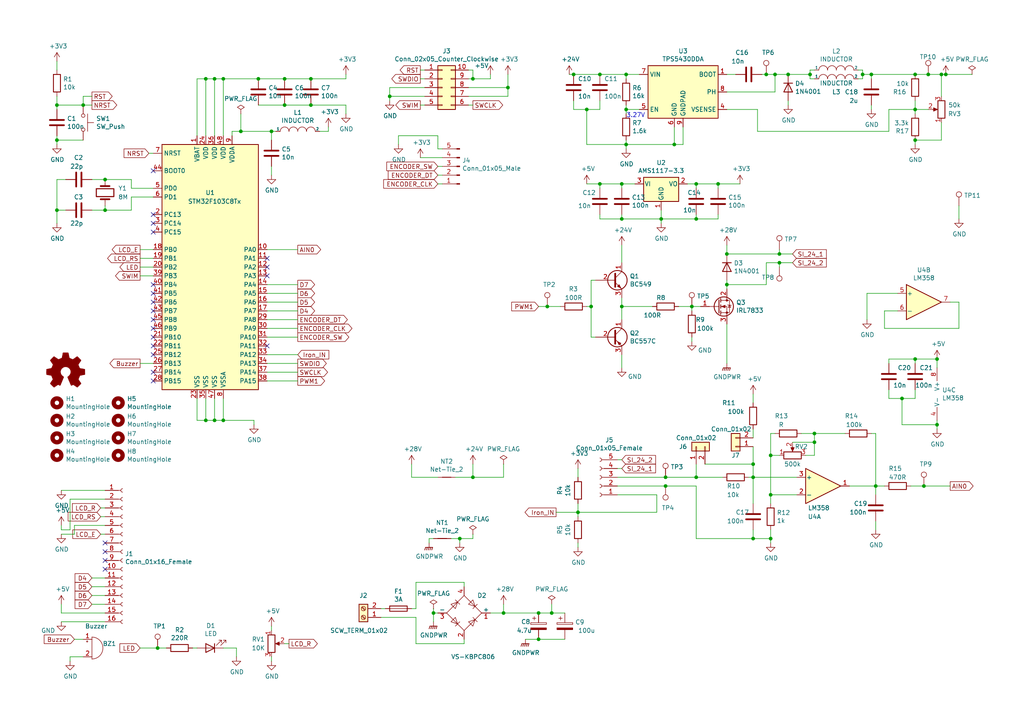
<source format=kicad_sch>
(kicad_sch (version 20211123) (generator eeschema)
  (paper "A4")
  (junction (at 156.21 185.42))
  (junction (at 223.52 156.21))
  (junction (at 223.52 143.51))
  (junction (at 201.93 53.34))
  (junction (at 193.04 138.43))
  (junction (at 274.32 21.59))
  (junction (at 181.61 21.59))
  (junction (at 226.06 76.2))
  (junction (at 64.77 22.86))
  (junction (at 224.79 21.59))
  (junction (at 82.55 30.48))
  (junction (at 228.6 21.59))
  (junction (at 170.18 31.75))
  (junction (at 146.05 177.8))
  (junction (at 265.43 104.14))
  (junction (at 16.51 60.96))
  (junction (at 30.48 60.96))
  (junction (at 137.16 138.43))
  (junction (at 201.93 63.5))
  (junction (at 261.62 115.57))
  (junction (at 62.23 121.92))
  (junction (at 265.43 31.75))
  (junction (at 271.78 104.14))
  (junction (at 201.93 138.43))
  (junction (at 137.16 22.86))
  (junction (at 193.04 140.97))
  (junction (at 181.61 31.75))
  (junction (at 69.85 38.1))
  (junction (at 180.34 53.34))
  (junction (at 82.55 22.86))
  (junction (at 74.93 22.86))
  (junction (at 62.23 22.86))
  (junction (at 160.02 177.8))
  (junction (at 173.99 21.59))
  (junction (at 265.43 21.59))
  (junction (at 59.69 22.86))
  (junction (at 267.97 140.97))
  (junction (at 250.19 21.59))
  (junction (at 147.32 25.4))
  (junction (at 191.77 63.5))
  (junction (at 16.51 40.64))
  (junction (at 265.43 40.64))
  (junction (at 156.21 177.8))
  (junction (at 64.77 121.92))
  (junction (at 200.66 88.9))
  (junction (at 208.28 53.34))
  (junction (at 236.22 128.27))
  (junction (at 234.95 21.59))
  (junction (at 218.44 138.43))
  (junction (at 222.25 21.59))
  (junction (at 171.45 88.9))
  (junction (at 24.13 30.48))
  (junction (at 16.51 30.48))
  (junction (at 195.58 41.91))
  (junction (at 166.37 21.59))
  (junction (at 113.03 27.94))
  (junction (at 158.75 88.9))
  (junction (at 167.64 148.59))
  (junction (at 173.99 53.34))
  (junction (at 125.73 177.8))
  (junction (at 254 140.97))
  (junction (at 181.61 41.91))
  (junction (at 180.34 63.5))
  (junction (at 78.74 38.1))
  (junction (at 210.82 82.55))
  (junction (at 218.44 156.21))
  (junction (at 90.17 30.48))
  (junction (at 252.73 21.59))
  (junction (at 90.17 22.86))
  (junction (at 236.22 125.73))
  (junction (at 226.06 73.66))
  (junction (at 30.48 52.07))
  (junction (at 273.05 21.59))
  (junction (at 180.34 88.9))
  (junction (at 269.24 21.59))
  (junction (at 223.52 132.08))
  (junction (at 218.44 134.62))
  (junction (at 271.78 123.19))
  (junction (at 59.69 121.92))
  (junction (at 45.72 187.96))
  (junction (at 210.82 73.66))
  (junction (at 133.35 156.21))
  (no_connect (at 44.45 82.55))
  (no_connect (at 44.45 85.09))
  (no_connect (at 44.45 95.25))
  (no_connect (at 77.47 74.93))
  (no_connect (at 30.48 162.56))
  (no_connect (at 44.45 107.95))
  (no_connect (at 44.45 62.23))
  (no_connect (at 77.47 80.01))
  (no_connect (at 44.45 102.87))
  (no_connect (at 30.48 165.1))
  (no_connect (at 44.45 64.77))
  (no_connect (at 77.47 77.47))
  (no_connect (at 77.47 100.33))
  (no_connect (at 44.45 87.63))
  (no_connect (at 44.45 100.33))
  (no_connect (at 44.45 92.71))
  (no_connect (at 44.45 49.53))
  (no_connect (at 30.48 160.02))
  (no_connect (at 44.45 110.49))
  (no_connect (at 44.45 90.17))
  (no_connect (at 44.45 67.31))
  (no_connect (at 30.48 157.48))
  (no_connect (at 44.45 97.79))
  (wire (pts (xy 113.03 27.94) (xy 113.03 29.21)))
  (wire (pts (xy 24.13 30.48) (xy 26.67 30.48)))
  (wire (pts (xy 158.75 88.9) (xy 156.21 88.9)))
  (wire (pts (xy 201.93 53.34) (xy 208.28 53.34)))
  (wire (pts (xy 226.06 77.47) (xy 226.06 76.2)))
  (wire (pts (xy 137.16 138.43) (xy 146.05 138.43)))
  (wire (pts (xy 86.36 102.87) (xy 77.47 102.87)))
  (wire (pts (xy 170.18 41.91) (xy 170.18 31.75)))
  (wire (pts (xy 226.06 72.39) (xy 226.06 73.66)))
  (wire (pts (xy 82.55 30.48) (xy 90.17 30.48)))
  (wire (pts (xy 67.31 39.37) (xy 67.31 38.1)))
  (wire (pts (xy 223.52 132.08) (xy 223.52 143.51)))
  (wire (pts (xy 110.49 179.07) (xy 120.65 179.07)))
  (wire (pts (xy 260.35 85.09) (xy 251.46 85.09)))
  (wire (pts (xy 73.66 121.92) (xy 73.66 123.19)))
  (wire (pts (xy 64.77 115.57) (xy 64.77 121.92)))
  (wire (pts (xy 185.42 31.75) (xy 181.61 31.75)))
  (wire (pts (xy 209.55 138.43) (xy 201.93 138.43)))
  (wire (pts (xy 123.19 30.48) (xy 121.92 30.48)))
  (wire (pts (xy 147.32 21.59) (xy 147.32 25.4)))
  (wire (pts (xy 250.19 20.32) (xy 250.19 21.59)))
  (wire (pts (xy 222.25 76.2) (xy 226.06 76.2)))
  (wire (pts (xy 43.18 44.45) (xy 44.45 44.45)))
  (wire (pts (xy 62.23 22.86) (xy 64.77 22.86)))
  (wire (pts (xy 16.51 60.96) (xy 16.51 64.77)))
  (wire (pts (xy 59.69 39.37) (xy 59.69 22.86)))
  (wire (pts (xy 40.64 187.96) (xy 45.72 187.96)))
  (wire (pts (xy 135.89 20.32) (xy 137.16 20.32)))
  (wire (pts (xy 195.58 41.91) (xy 198.12 41.91)))
  (wire (pts (xy 77.47 85.09) (xy 86.36 85.09)))
  (wire (pts (xy 20.32 190.5) (xy 24.13 190.5)))
  (wire (pts (xy 173.99 62.23) (xy 173.99 63.5)))
  (wire (pts (xy 78.74 38.1) (xy 80.01 38.1)))
  (wire (pts (xy 229.87 128.27) (xy 236.22 128.27)))
  (wire (pts (xy 125.73 176.53) (xy 125.73 177.8)))
  (wire (pts (xy 179.07 133.35) (xy 180.34 133.35)))
  (wire (pts (xy 218.44 114.3) (xy 218.44 116.84)))
  (wire (pts (xy 59.69 121.92) (xy 62.23 121.92)))
  (wire (pts (xy 64.77 187.96) (xy 68.58 187.96)))
  (wire (pts (xy 193.04 138.43) (xy 201.93 138.43)))
  (wire (pts (xy 201.93 156.21) (xy 218.44 156.21)))
  (wire (pts (xy 210.82 82.55) (xy 222.25 82.55)))
  (wire (pts (xy 170.18 31.75) (xy 173.99 31.75)))
  (wire (pts (xy 271.78 123.19) (xy 271.78 121.92)))
  (wire (pts (xy 226.06 73.66) (xy 229.87 73.66)))
  (wire (pts (xy 234.95 22.86) (xy 234.95 21.59)))
  (wire (pts (xy 201.93 62.23) (xy 201.93 63.5)))
  (wire (pts (xy 271.78 123.19) (xy 261.62 123.19)))
  (wire (pts (xy 191.77 63.5) (xy 191.77 64.77)))
  (wire (pts (xy 181.61 41.91) (xy 170.18 41.91)))
  (wire (pts (xy 218.44 138.43) (xy 218.44 146.05)))
  (wire (pts (xy 179.07 138.43) (xy 193.04 138.43)))
  (wire (pts (xy 123.19 25.4) (xy 113.03 25.4)))
  (wire (pts (xy 113.03 27.94) (xy 123.19 27.94)))
  (wire (pts (xy 100.33 30.48) (xy 100.33 33.02)))
  (wire (pts (xy 82.55 22.86) (xy 90.17 22.86)))
  (wire (pts (xy 152.4 185.42) (xy 156.21 185.42)))
  (wire (pts (xy 224.79 125.73) (xy 223.52 125.73)))
  (wire (pts (xy 20.32 144.78) (xy 30.48 144.78)))
  (wire (pts (xy 173.99 63.5) (xy 180.34 63.5)))
  (wire (pts (xy 250.19 21.59) (xy 250.19 22.86)))
  (wire (pts (xy 17.78 154.94) (xy 21.59 154.94)))
  (wire (pts (xy 265.43 31.75) (xy 257.81 31.75)))
  (wire (pts (xy 167.64 157.48) (xy 167.64 158.75)))
  (wire (pts (xy 167.64 148.59) (xy 167.64 146.05)))
  (wire (pts (xy 173.99 53.34) (xy 170.18 53.34)))
  (wire (pts (xy 250.19 21.59) (xy 252.73 21.59)))
  (wire (pts (xy 232.41 125.73) (xy 236.22 125.73)))
  (wire (pts (xy 222.25 82.55) (xy 222.25 76.2)))
  (wire (pts (xy 208.28 53.34) (xy 214.63 53.34)))
  (wire (pts (xy 223.52 143.51) (xy 231.14 143.51)))
  (wire (pts (xy 223.52 156.21) (xy 218.44 156.21)))
  (wire (pts (xy 123.19 22.86) (xy 121.92 22.86)))
  (wire (pts (xy 64.77 22.86) (xy 74.93 22.86)))
  (wire (pts (xy 167.64 135.89) (xy 167.64 138.43)))
  (wire (pts (xy 218.44 134.62) (xy 218.44 138.43)))
  (wire (pts (xy 127 53.34) (xy 128.27 53.34)))
  (wire (pts (xy 124.46 157.48) (xy 124.46 156.21)))
  (wire (pts (xy 156.21 185.42) (xy 163.83 185.42)))
  (wire (pts (xy 200.66 97.79) (xy 200.66 99.06)))
  (wire (pts (xy 200.66 88.9) (xy 203.2 88.9)))
  (wire (pts (xy 16.51 40.64) (xy 16.51 41.91)))
  (wire (pts (xy 134.62 168.91) (xy 134.62 170.18)))
  (wire (pts (xy 127 43.18) (xy 128.27 43.18)))
  (wire (pts (xy 265.43 40.64) (xy 265.43 41.91)))
  (wire (pts (xy 69.85 33.02) (xy 69.85 38.1)))
  (wire (pts (xy 74.93 30.48) (xy 82.55 30.48)))
  (wire (pts (xy 252.73 21.59) (xy 265.43 21.59)))
  (wire (pts (xy 180.34 54.61) (xy 180.34 53.34)))
  (wire (pts (xy 173.99 53.34) (xy 173.99 54.61)))
  (wire (pts (xy 201.93 63.5) (xy 208.28 63.5)))
  (wire (pts (xy 265.43 21.59) (xy 269.24 21.59)))
  (wire (pts (xy 137.16 20.32) (xy 137.16 22.86)))
  (wire (pts (xy 119.38 138.43) (xy 127 138.43)))
  (wire (pts (xy 16.51 17.78) (xy 16.51 20.32)))
  (wire (pts (xy 278.13 95.25) (xy 256.54 95.25)))
  (wire (pts (xy 210.82 71.12) (xy 210.82 73.66)))
  (wire (pts (xy 218.44 124.46) (xy 218.44 127)))
  (wire (pts (xy 142.24 22.86) (xy 142.24 21.59)))
  (wire (pts (xy 95.25 38.1) (xy 95.25 36.83)))
  (wire (pts (xy 210.82 21.59) (xy 213.36 21.59)))
  (wire (pts (xy 92.71 38.1) (xy 95.25 38.1)))
  (wire (pts (xy 127 177.8) (xy 125.73 177.8)))
  (wire (pts (xy 130.81 156.21) (xy 133.35 156.21)))
  (wire (pts (xy 38.1 60.96) (xy 30.48 60.96)))
  (wire (pts (xy 29.21 147.32) (xy 30.48 147.32)))
  (wire (pts (xy 162.56 88.9) (xy 158.75 88.9)))
  (wire (pts (xy 38.1 54.61) (xy 38.1 52.07)))
  (wire (pts (xy 77.47 72.39) (xy 86.36 72.39)))
  (wire (pts (xy 26.67 60.96) (xy 30.48 60.96)))
  (wire (pts (xy 125.73 177.8) (xy 125.73 180.34)))
  (wire (pts (xy 179.07 135.89) (xy 180.34 135.89)))
  (wire (pts (xy 121.92 20.32) (xy 123.19 20.32)))
  (wire (pts (xy 173.99 31.75) (xy 173.99 29.21)))
  (wire (pts (xy 44.45 77.47) (xy 40.64 77.47)))
  (wire (pts (xy 21.59 185.42) (xy 24.13 185.42)))
  (wire (pts (xy 181.61 30.48) (xy 181.61 31.75)))
  (wire (pts (xy 120.65 186.69) (xy 134.62 186.69)))
  (wire (pts (xy 64.77 39.37) (xy 64.77 22.86)))
  (wire (pts (xy 224.79 21.59) (xy 222.25 21.59)))
  (wire (pts (xy 250.19 22.86) (xy 248.92 22.86)))
  (wire (pts (xy 40.64 72.39) (xy 44.45 72.39)))
  (wire (pts (xy 44.45 54.61) (xy 38.1 54.61)))
  (wire (pts (xy 228.6 21.59) (xy 234.95 21.59)))
  (wire (pts (xy 180.34 53.34) (xy 173.99 53.34)))
  (wire (pts (xy 21.59 152.4) (xy 30.48 152.4)))
  (wire (pts (xy 120.65 179.07) (xy 120.65 186.69)))
  (wire (pts (xy 191.77 63.5) (xy 201.93 63.5)))
  (wire (pts (xy 160.02 177.8) (xy 156.21 177.8)))
  (wire (pts (xy 78.74 50.8) (xy 78.74 48.26)))
  (wire (pts (xy 251.46 85.09) (xy 251.46 92.71)))
  (wire (pts (xy 252.73 30.48) (xy 252.73 31.75)))
  (wire (pts (xy 269.24 21.59) (xy 273.05 21.59)))
  (wire (pts (xy 199.39 53.34) (xy 201.93 53.34)))
  (wire (pts (xy 236.22 128.27) (xy 236.22 125.73)))
  (wire (pts (xy 271.78 104.14) (xy 271.78 106.68)))
  (wire (pts (xy 69.85 38.1) (xy 78.74 38.1)))
  (wire (pts (xy 119.38 134.62) (xy 119.38 138.43)))
  (wire (pts (xy 135.89 22.86) (xy 137.16 22.86)))
  (wire (pts (xy 132.08 138.43) (xy 137.16 138.43)))
  (wire (pts (xy 161.29 148.59) (xy 167.64 148.59)))
  (wire (pts (xy 57.15 22.86) (xy 59.69 22.86)))
  (wire (pts (xy 62.23 39.37) (xy 62.23 22.86)))
  (wire (pts (xy 201.93 53.34) (xy 201.93 54.61)))
  (wire (pts (xy 271.78 124.46) (xy 271.78 123.19)))
  (wire (pts (xy 184.15 53.34) (xy 180.34 53.34)))
  (wire (pts (xy 57.15 115.57) (xy 57.15 121.92)))
  (wire (pts (xy 38.1 57.15) (xy 38.1 60.96)))
  (wire (pts (xy 180.34 62.23) (xy 180.34 63.5)))
  (wire (pts (xy 115.57 39.37) (xy 127 39.37)))
  (wire (pts (xy 119.38 176.53) (xy 120.65 176.53)))
  (wire (pts (xy 24.13 30.48) (xy 16.51 30.48)))
  (wire (pts (xy 90.17 30.48) (xy 100.33 30.48)))
  (wire (pts (xy 17.78 153.67) (xy 20.32 153.67)))
  (wire (pts (xy 100.33 22.86) (xy 100.33 21.59)))
  (wire (pts (xy 16.51 52.07) (xy 19.05 52.07)))
  (wire (pts (xy 135.89 25.4) (xy 147.32 25.4)))
  (wire (pts (xy 113.03 25.4) (xy 113.03 27.94)))
  (wire (pts (xy 24.13 27.94) (xy 26.67 27.94)))
  (wire (pts (xy 146.05 175.26) (xy 146.05 177.8)))
  (wire (pts (xy 127 39.37) (xy 127 43.18)))
  (wire (pts (xy 78.74 190.5) (xy 78.74 191.77)))
  (wire (pts (xy 180.34 63.5) (xy 191.77 63.5)))
  (wire (pts (xy 26.67 175.26) (xy 30.48 175.26)))
  (wire (pts (xy 257.81 31.75) (xy 257.81 38.1)))
  (wire (pts (xy 77.47 107.95) (xy 86.36 107.95)))
  (wire (pts (xy 254 143.51) (xy 254 140.97)))
  (wire (pts (xy 128.27 45.72) (xy 121.92 45.72)))
  (wire (pts (xy 137.16 156.21) (xy 137.16 154.94)))
  (wire (pts (xy 78.74 181.61) (xy 78.74 182.88)))
  (wire (pts (xy 77.47 82.55) (xy 86.36 82.55)))
  (wire (pts (xy 193.04 140.97) (xy 201.93 140.97)))
  (wire (pts (xy 38.1 52.07) (xy 30.48 52.07)))
  (wire (pts (xy 264.16 140.97) (xy 267.97 140.97)))
  (wire (pts (xy 234.95 21.59) (xy 234.95 20.32)))
  (wire (pts (xy 224.79 21.59) (xy 228.6 21.59)))
  (wire (pts (xy 59.69 115.57) (xy 59.69 121.92)))
  (wire (pts (xy 82.55 186.69) (xy 83.82 186.69)))
  (wire (pts (xy 44.45 57.15) (xy 38.1 57.15)))
  (wire (pts (xy 233.68 132.08) (xy 236.22 132.08)))
  (wire (pts (xy 166.37 31.75) (xy 170.18 31.75)))
  (wire (pts (xy 120.65 168.91) (xy 134.62 168.91)))
  (wire (pts (xy 137.16 22.86) (xy 142.24 22.86)))
  (wire (pts (xy 55.88 187.96) (xy 57.15 187.96)))
  (wire (pts (xy 166.37 21.59) (xy 165.1 21.59)))
  (wire (pts (xy 167.64 148.59) (xy 167.64 149.86)))
  (wire (pts (xy 246.38 140.97) (xy 254 140.97)))
  (wire (pts (xy 17.78 142.24) (xy 30.48 142.24)))
  (wire (pts (xy 236.22 125.73) (xy 245.11 125.73)))
  (wire (pts (xy 265.43 31.75) (xy 269.24 31.75)))
  (wire (pts (xy 180.34 88.9) (xy 180.34 92.71)))
  (wire (pts (xy 77.47 87.63) (xy 86.36 87.63)))
  (wire (pts (xy 170.18 88.9) (xy 171.45 88.9)))
  (wire (pts (xy 24.13 30.48) (xy 24.13 27.94)))
  (wire (pts (xy 127 50.8) (xy 128.27 50.8)))
  (wire (pts (xy 77.47 90.17) (xy 86.36 90.17)))
  (wire (pts (xy 200.66 90.17) (xy 200.66 88.9)))
  (wire (pts (xy 29.21 154.94) (xy 30.48 154.94)))
  (wire (pts (xy 265.43 104.14) (xy 271.78 104.14)))
  (wire (pts (xy 226.06 132.08) (xy 223.52 132.08)))
  (wire (pts (xy 68.58 187.96) (xy 68.58 190.5)))
  (wire (pts (xy 257.81 104.14) (xy 265.43 104.14)))
  (wire (pts (xy 64.77 121.92) (xy 73.66 121.92)))
  (wire (pts (xy 223.52 156.21) (xy 223.52 157.48)))
  (wire (pts (xy 217.17 138.43) (xy 218.44 138.43)))
  (wire (pts (xy 267.97 140.97) (xy 275.59 140.97)))
  (wire (pts (xy 74.93 22.86) (xy 82.55 22.86)))
  (wire (pts (xy 26.67 170.18) (xy 30.48 170.18)))
  (wire (pts (xy 115.57 39.37) (xy 115.57 41.91)))
  (wire (pts (xy 173.99 21.59) (xy 166.37 21.59)))
  (wire (pts (xy 256.54 90.17) (xy 260.35 90.17)))
  (wire (pts (xy 21.59 154.94) (xy 21.59 152.4)))
  (wire (pts (xy 120.65 176.53) (xy 120.65 168.91)))
  (wire (pts (xy 44.45 74.93) (xy 40.64 74.93)))
  (wire (pts (xy 179.07 140.97) (xy 193.04 140.97)))
  (wire (pts (xy 210.82 81.28) (xy 210.82 82.55)))
  (wire (pts (xy 218.44 153.67) (xy 218.44 156.21)))
  (wire (pts (xy 16.51 30.48) (xy 16.51 31.75)))
  (wire (pts (xy 171.45 88.9) (xy 171.45 97.79)))
  (wire (pts (xy 134.62 186.69) (xy 134.62 185.42)))
  (wire (pts (xy 135.89 27.94) (xy 147.32 27.94)))
  (wire (pts (xy 273.05 27.94) (xy 273.05 21.59)))
  (wire (pts (xy 210.82 82.55) (xy 210.82 83.82)))
  (wire (pts (xy 180.34 71.12) (xy 180.34 76.2)))
  (wire (pts (xy 265.43 29.21) (xy 265.43 31.75)))
  (wire (pts (xy 57.15 39.37) (xy 57.15 22.86)))
  (wire (pts (xy 142.24 177.8) (xy 146.05 177.8)))
  (wire (pts (xy 181.61 40.64) (xy 181.61 41.91)))
  (wire (pts (xy 147.32 27.94) (xy 147.32 25.4)))
  (wire (pts (xy 16.51 27.94) (xy 16.51 30.48)))
  (wire (pts (xy 77.47 95.25) (xy 86.36 95.25)))
  (wire (pts (xy 228.6 29.21) (xy 228.6 30.48)))
  (wire (pts (xy 218.44 138.43) (xy 231.14 138.43)))
  (wire (pts (xy 163.83 177.8) (xy 160.02 177.8)))
  (wire (pts (xy 20.32 191.77) (xy 20.32 190.5)))
  (wire (pts (xy 110.49 176.53) (xy 111.76 176.53)))
  (wire (pts (xy 62.23 115.57) (xy 62.23 121.92)))
  (wire (pts (xy 16.51 39.37) (xy 16.51 40.64)))
  (wire (pts (xy 137.16 134.62) (xy 137.16 138.43)))
  (wire (pts (xy 236.22 132.08) (xy 236.22 128.27)))
  (wire (pts (xy 201.93 156.21) (xy 201.93 140.97)))
  (wire (pts (xy 16.51 60.96) (xy 16.51 52.07)))
  (wire (pts (xy 257.81 105.41) (xy 257.81 104.14)))
  (wire (pts (xy 273.05 40.64) (xy 273.05 35.56)))
  (wire (pts (xy 265.43 105.41) (xy 265.43 104.14)))
  (wire (pts (xy 257.81 115.57) (xy 261.62 115.57)))
  (wire (pts (xy 189.23 88.9) (xy 180.34 88.9)))
  (wire (pts (xy 133.35 156.21) (xy 133.35 157.48)))
  (wire (pts (xy 265.43 115.57) (xy 265.43 113.03)))
  (wire (pts (xy 190.5 148.59) (xy 190.5 143.51)))
  (wire (pts (xy 220.98 21.59) (xy 222.25 21.59)))
  (wire (pts (xy 250.19 20.32) (xy 248.92 20.32)))
  (wire (pts (xy 191.77 60.96) (xy 191.77 63.5)))
  (wire (pts (xy 254 151.13) (xy 254 153.67)))
  (wire (pts (xy 26.67 172.72) (xy 30.48 172.72)))
  (wire (pts (xy 265.43 31.75) (xy 265.43 33.02)))
  (wire (pts (xy 257.81 113.03) (xy 257.81 115.57)))
  (wire (pts (xy 252.73 125.73) (xy 254 125.73)))
  (wire (pts (xy 26.67 167.64) (xy 30.48 167.64)))
  (wire (pts (xy 77.47 97.79) (xy 86.36 97.79)))
  (wire (pts (xy 90.17 22.86) (xy 100.33 22.86)))
  (wire (pts (xy 223.52 143.51) (xy 223.52 146.05)))
  (wire (pts (xy 180.34 86.36) (xy 180.34 88.9)))
  (wire (pts (xy 19.05 60.96) (xy 16.51 60.96)))
  (wire (pts (xy 133.35 156.21) (xy 137.16 156.21)))
  (wire (pts (xy 252.73 22.86) (xy 252.73 21.59)))
  (wire (pts (xy 44.45 105.41) (xy 40.64 105.41)))
  (wire (pts (xy 181.61 41.91) (xy 195.58 41.91)))
  (wire (pts (xy 218.44 129.54) (xy 218.44 134.62)))
  (wire (pts (xy 254 140.97) (xy 256.54 140.97)))
  (wire (pts (xy 171.45 81.28) (xy 171.45 88.9)))
  (wire (pts (xy 167.64 148.59) (xy 190.5 148.59)))
  (wire (pts (xy 198.12 41.91) (xy 198.12 36.83)))
  (wire (pts (xy 181.61 21.59) (xy 181.61 22.86)))
  (wire (pts (xy 181.61 41.91) (xy 181.61 43.18)))
  (wire (pts (xy 16.51 40.64) (xy 24.13 40.64)))
  (wire (pts (xy 210.82 73.66) (xy 226.06 73.66)))
  (wire (pts (xy 44.45 80.01) (xy 40.64 80.01)))
  (wire (pts (xy 172.72 81.28) (xy 171.45 81.28)))
  (wire (pts (xy 62.23 121.92) (xy 64.77 121.92)))
  (wire (pts (xy 261.62 115.57) (xy 265.43 115.57)))
  (wire (pts (xy 124.46 156.21) (xy 125.73 156.21)))
  (wire (pts (xy 223.52 153.67) (xy 223.52 156.21)))
  (wire (pts (xy 78.74 40.64) (xy 78.74 38.1)))
  (wire (pts (xy 181.61 31.75) (xy 181.61 33.02)))
  (wire (pts (xy 173.99 21.59) (xy 181.61 21.59)))
  (wire (pts (xy 219.71 31.75) (xy 210.82 31.75)))
  (wire (pts (xy 146.05 134.62) (xy 146.05 138.43)))
  (wire (pts (xy 256.54 95.25) (xy 256.54 90.17)))
  (wire (pts (xy 67.31 38.1) (xy 69.85 38.1)))
  (wire (pts (xy 17.78 152.4) (xy 17.78 153.67)))
  (wire (pts (xy 195.58 41.91) (xy 195.58 36.83)))
  (wire (pts (xy 45.72 187.96) (xy 48.26 187.96)))
  (wire (pts (xy 127 48.26) (xy 128.27 48.26)))
  (wire (pts (xy 208.28 54.61) (xy 208.28 53.34)))
  (wire (pts (xy 59.69 22.86) (xy 62.23 22.86)))
  (wire (pts (xy 274.32 21.59) (xy 281.94 21.59)))
  (wire (pts (xy 224.79 26.67) (xy 224.79 21.59)))
  (wire (pts (xy 226.06 76.2) (xy 229.87 76.2)))
  (wire (pts (xy 30.48 180.34) (xy 17.78 180.34)))
  (wire (pts (xy 135.89 30.48) (xy 137.16 30.48)))
  (wire (pts (xy 77.47 105.41) (xy 86.36 105.41)))
  (wire (pts (xy 219.71 38.1) (xy 219.71 31.75)))
  (wire (pts (xy 273.05 21.59) (xy 274.32 21.59)))
  (wire (pts (xy 265.43 40.64) (xy 273.05 40.64)))
  (wire (pts (xy 180.34 102.87) (xy 180.34 106.68)))
  (wire (pts (xy 234.95 20.32) (xy 236.22 20.32)))
  (wire (pts (xy 210.82 93.98) (xy 210.82 105.41)))
  (wire (pts (xy 77.47 110.49) (xy 86.36 110.49)))
  (wire (pts (xy 171.45 97.79) (xy 172.72 97.79)))
  (wire (pts (xy 275.59 87.63) (xy 278.13 87.63)))
  (wire (pts (xy 257.81 38.1) (xy 219.71 38.1)))
  (wire (pts (xy 17.78 177.8) (xy 30.48 177.8)))
  (wire (pts (xy 204.47 134.62) (xy 218.44 134.62)))
  (wire (pts (xy 223.52 125.73) (xy 223.52 132.08)))
  (wire (pts (xy 20.32 153.67) (xy 20.32 144.78)))
  (wire (pts (xy 29.21 149.86) (xy 30.48 149.86)))
  (wire (pts (xy 166.37 29.21) (xy 166.37 31.75)))
  (wire (pts (xy 210.82 26.67) (xy 224.79 26.67)))
  (wire (pts (xy 185.42 21.59) (xy 181.61 21.59)))
  (wire (pts (xy 278.13 59.69) (xy 278.13 63.5)))
  (wire (pts (xy 208.28 62.23) (xy 208.28 63.5)))
  (wire (pts (xy 236.22 22.86) (xy 234.95 22.86)))
  (wire (pts (xy 160.02 175.26) (xy 160.02 177.8)))
  (wire (pts (xy 26.67 52.07) (xy 30.48 52.07)))
  (wire (pts (xy 77.47 92.71) (xy 86.36 92.71)))
  (wire (pts (xy 179.07 143.51) (xy 190.5 143.51)))
  (wire (pts (xy 278.13 87.63) (xy 278.13 95.25)))
  (wire (pts (xy 17.78 175.26) (xy 17.78 177.8)))
  (wire (pts (xy 261.62 123.19) (xy 261.62 115.57)))
  (wire (pts (xy 196.85 88.9) (xy 200.66 88.9)))
  (wire (pts (xy 57.15 121.92) (xy 59.69 121.92)))
  (wire (pts (xy 146.05 177.8) (xy 156.21 177.8)))
  (wire (pts (xy 30.48 60.96) (xy 30.48 59.69)))
  (wire (pts (xy 254 125.73) (xy 254 140.97)))
  (wire (pts (xy 201.93 134.62) (xy 201.93 138.43)))
  (text "3.27V" (at 181.61 34.29 0) (effects (font (size 1.27 1.27)) (justify left bottom)))
  (global_label "D6" (shape input) (at 26.67 172.72 180) (property "Odnośniki między arkuszami" "${INTERSHEET_REFS}" (effects hide)))
  (global_label "ENCODER_DT" (shape input) (at 127 50.8 180) (property "Odnośniki między arkuszami" "${INTERSHEET_REFS}" (effects hide)))
  (global_label "D5" (shape output) (at 86.36 87.63 0) (property "Odnośniki między arkuszami" "${INTERSHEET_REFS}" (effects hide)))
  (global_label "SI_24_1" (shape input) (at 229.87 73.66 0) (property "Odnośniki między arkuszami" "${INTERSHEET_REFS}" (effects hide)))
  (global_label "ENCODER_CLK" (shape input) (at 127 53.34 180) (property "Odnośniki między arkuszami" "${INTERSHEET_REFS}" (effects hide)))
  (global_label "AIN0" (shape output) (at 275.59 140.97 0) (property "Odnośniki między arkuszami" "${INTERSHEET_REFS}" (effects hide)))
  (global_label "PWM1" (shape input) (at 156.21 88.9 180) (property "Odnośniki między arkuszami" "${INTERSHEET_REFS}" (effects hide)))
  (global_label "D7" (shape output) (at 86.36 82.55 0) (property "Odnośniki między arkuszami" "${INTERSHEET_REFS}" (effects hide)))
  (global_label "SWDIO" (shape output) (at 121.92 22.86 180) (property "Odnośniki między arkuszami" "${INTERSHEET_REFS}" (effects hide)))
  (global_label "Buzzer" (shape output) (at 40.64 105.41 180) (property "Odnośniki między arkuszami" "${INTERSHEET_REFS}" (effects hide)))
  (global_label "LCD_R" (shape output) (at 83.82 186.69 0) (property "Odnośniki między arkuszami" "${INTERSHEET_REFS}" (effects hide)))
  (global_label "ENCODER_DT" (shape output) (at 86.36 92.71 0) (property "Odnośniki między arkuszami" "${INTERSHEET_REFS}" (effects hide)))
  (global_label "LCD_RS" (shape output) (at 40.64 74.93 180) (property "Odnośniki między arkuszami" "${INTERSHEET_REFS}" (effects hide)))
  (global_label "LCD_R" (shape input) (at 29.21 147.32 180) (property "Odnośniki między arkuszami" "${INTERSHEET_REFS}" (effects hide)))
  (global_label "LCD_RS" (shape input) (at 29.21 149.86 180) (property "Odnośniki między arkuszami" "${INTERSHEET_REFS}" (effects hide)))
  (global_label "SWDIO" (shape output) (at 86.36 105.41 0) (property "Odnośniki między arkuszami" "${INTERSHEET_REFS}" (effects hide)))
  (global_label "PWM1" (shape output) (at 86.36 110.49 0) (property "Odnośniki między arkuszami" "${INTERSHEET_REFS}" (effects hide)))
  (global_label "D5" (shape input) (at 26.67 170.18 180) (property "Odnośniki między arkuszami" "${INTERSHEET_REFS}" (effects hide)))
  (global_label "AIN0" (shape output) (at 86.36 72.39 0) (property "Odnośniki między arkuszami" "${INTERSHEET_REFS}" (effects hide)))
  (global_label "SWIM" (shape output) (at 40.64 80.01 180) (property "Odnośniki między arkuszami" "${INTERSHEET_REFS}" (effects hide)))
  (global_label "ENCODER_SW" (shape output) (at 86.36 97.79 0) (property "Odnośniki między arkuszami" "${INTERSHEET_REFS}" (effects hide)))
  (global_label "Iron_IN" (shape input) (at 86.36 102.87 0) (property "Odnośniki między arkuszami" "${INTERSHEET_REFS}" (effects hide)))
  (global_label "SWCLK" (shape output) (at 86.36 107.95 0) (property "Odnośniki między arkuszami" "${INTERSHEET_REFS}" (effects hide)))
  (global_label "ENCODER_SW" (shape input) (at 127 48.26 180) (property "Odnośniki między arkuszami" "${INTERSHEET_REFS}" (effects hide)))
  (global_label "D4" (shape input) (at 26.67 167.64 180) (property "Odnośniki między arkuszami" "${INTERSHEET_REFS}" (effects hide)))
  (global_label "LCD_E" (shape output) (at 40.64 72.39 180) (property "Odnośniki między arkuszami" "${INTERSHEET_REFS}" (effects hide)))
  (global_label "LED" (shape input) (at 40.64 187.96 180) (property "Odnośniki między arkuszami" "${INTERSHEET_REFS}" (effects hide)))
  (global_label "SWIM" (shape output) (at 121.92 30.48 180) (property "Odnośniki między arkuszami" "${INTERSHEET_REFS}" (effects hide)))
  (global_label "D6" (shape output) (at 86.36 85.09 0) (property "Odnośniki między arkuszami" "${INTERSHEET_REFS}" (effects hide)))
  (global_label "LCD_E" (shape input) (at 29.21 154.94 180) (property "Odnośniki między arkuszami" "${INTERSHEET_REFS}" (effects hide)))
  (global_label "D7" (shape input) (at 26.67 175.26 180) (property "Odnośniki między arkuszami" "${INTERSHEET_REFS}" (effects hide)))
  (global_label "NRST" (shape output) (at 26.67 30.48 0) (property "Odnośniki między arkuszami" "${INTERSHEET_REFS}" (effects hide)))
  (global_label "SI_24_2" (shape input) (at 229.87 76.2 0) (property "Odnośniki między arkuszami" "${INTERSHEET_REFS}" (effects hide)))
  (global_label "SI_24_1" (shape input) (at 180.34 135.89 0) (property "Odnośniki między arkuszami" "${INTERSHEET_REFS}" (effects hide)))
  (global_label "ENCODER_CLK" (shape output) (at 86.36 95.25 0) (property "Odnośniki między arkuszami" "${INTERSHEET_REFS}" (effects hide)))
  (global_label "D4" (shape output) (at 86.36 90.17 0) (property "Odnośniki między arkuszami" "${INTERSHEET_REFS}" (effects hide)))
  (global_label "Iron_IN" (shape output) (at 161.29 148.59 180) (property "Odnośniki między arkuszami" "${INTERSHEET_REFS}" (effects hide)))
  (global_label "LED" (shape output) (at 40.64 77.47 180) (property "Odnośniki między arkuszami" "${INTERSHEET_REFS}" (effects hide)))
  (global_label "RST" (shape output) (at 121.92 20.32 180) (property "Odnośniki między arkuszami" "${INTERSHEET_REFS}" (effects hide)))
  (global_label "NRST" (shape input) (at 43.18 44.45 180) (property "Odnośniki między arkuszami" "${INTERSHEET_REFS}" (effects hide)))
  (global_label "SI_24_2" (shape input) (at 180.34 133.35 0) (property "Odnośniki między arkuszami" "${INTERSHEET_REFS}" (effects hide)))
  (global_label "SWCLK" (shape output) (at 137.16 30.48 0) (property "Odnośniki między arkuszami" "${INTERSHEET_REFS}" (effects hide)))
  (global_label "RST" (shape output) (at 26.67 27.94 0) (property "Odnośniki między arkuszami" "${INTERSHEET_REFS}" (effects hide)))
  (global_label "Buzzer" (shape input) (at 21.59 185.42 180) (property "Odnośniki między arkuszami" "${INTERSHEET_REFS}" (effects hide)))
  (symbol (lib_id "MCU_ST_STM32F1:STM32F103C8Tx") (at 62.23 77.47 0) (unit 1)
    (property "Reference" "U1" (at 60.96 55.88 0))
    (property "Value" "STM32F103C8Tx" (at 62.23 58.42 0))
    (property "Footprint" "Package_QFP:LQFP-48_7x7mm_P0.5mm" (effects hide))
    (property "Datasheet" "http://www.st.com/st-web-ui/static/active/en/resource/technical/document/datasheet/CD00161566.pdf" (effects hide))
  )
  (symbol (lib_id "Device:C") (at 74.93 26.67 0) (unit 1)
    (property "Reference" "C4" (at 77.851 25.5016 0) (effects (justify left)))
    (property "Value" "10n" (at 77.851 27.813 0) (effects (justify left)))
    (property "Footprint" "Capacitor_SMD:C_0805_2012Metric_Pad1.15x1.40mm_HandSolder" (effects hide))
  )
  (symbol (lib_id "Device:C") (at 82.55 26.67 0) (unit 1)
    (property "Reference" "C6" (at 85.471 25.5016 0) (effects (justify left)))
    (property "Value" "100n" (at 85.471 27.813 0) (effects (justify left)))
    (property "Footprint" "Capacitor_SMD:C_0805_2012Metric_Pad1.15x1.40mm_HandSolder" (effects hide))
  )
  (symbol (lib_id "Device:C") (at 90.17 26.67 0) (unit 1)
    (property "Reference" "C7" (at 93.091 25.5016 0) (effects (justify left)))
    (property "Value" "100n" (at 93.091 27.813 0) (effects (justify left)))
    (property "Footprint" "Capacitor_SMD:C_0805_2012Metric_Pad1.15x1.40mm_HandSolder" (effects hide))
  )
  (symbol (lib_id "SI_kicad-rescue:+3.3V-power") (at 100.33 21.59 0) (unit 1)
    (property "Reference" "#PWR0101" (effects hide))
    (property "Value" "+3.3V" (at 100.711 17.1958 0))
  )
  (symbol (lib_id "power:GND") (at 100.33 33.02 0) (unit 1)
    (property "Reference" "#PWR0102" (effects hide))
    (property "Value" "GND" (at 100.457 37.4142 0))
  )
  (symbol (lib_id "power:GND") (at 73.66 123.19 0) (unit 1)
    (property "Reference" "#PWR0103" (effects hide))
    (property "Value" "GND" (at 73.787 127.5842 0))
  )
  (symbol (lib_id "Regulator_Switching:TPS5430DDA") (at 198.12 26.67 0) (unit 1)
    (property "Reference" "U3" (at 198.12 14.8082 0))
    (property "Value" "TPS5430DDA" (at 198.12 17.1196 0))
    (property "Footprint" "Package_SO:TI_SO-PowerPAD-8_ThermalVias" (effects hide))
    (property "Datasheet" "http://www.ti.com/lit/ds/symlink/tps5430.pdf" (effects hide))
  )
  (symbol (lib_id "Device:R") (at 181.61 36.83 0) (unit 1)
    (property "Reference" "R7" (at 183.388 35.6616 0) (effects (justify left)))
    (property "Value" "1.6k" (at 183.388 37.973 0) (effects (justify left)))
    (property "Footprint" "Resistor_SMD:R_0805_2012Metric_Pad1.15x1.40mm_HandSolder" (effects hide))
  )
  (symbol (lib_id "power:GND") (at 181.61 43.18 0) (unit 1)
    (property "Reference" "#PWR0104" (effects hide))
    (property "Value" "GND" (at 181.737 47.5742 0))
  )
  (symbol (lib_id "Device:R") (at 181.61 26.67 0) (unit 1)
    (property "Reference" "R6" (at 183.388 25.5016 0) (effects (justify left)))
    (property "Value" "16k" (at 183.388 27.813 0) (effects (justify left)))
    (property "Footprint" "Resistor_SMD:R_0805_2012Metric_Pad1.15x1.40mm_HandSolder" (effects hide))
  )
  (symbol (lib_id "Regulator_Linear:AMS1117-3.3") (at 191.77 53.34 0) (unit 1)
    (property "Reference" "U2" (at 191.77 47.1932 0))
    (property "Value" "AMS1117-3.3" (at 191.77 49.5046 0))
    (property "Footprint" "Package_TO_SOT_SMD:SOT-223" (effects hide))
    (property "Datasheet" "http://www.advanced-monolithic.com/pdf/ds1117.pdf" (effects hide))
  )
  (symbol (lib_id "Device:R") (at 193.04 88.9 90) (unit 1)
    (property "Reference" "R8" (at 193.04 86.36 90) (effects (justify left)))
    (property "Value" "100R" (at 191.77 91.44 90) (effects (justify left)))
    (property "Footprint" "Resistor_SMD:R_0805_2012Metric_Pad1.15x1.40mm_HandSolder" (effects hide))
  )
  (symbol (lib_id "Device:R") (at 166.37 88.9 90) (unit 1)
    (property "Reference" "R3" (at 167.64 83.82 90) (effects (justify left)))
    (property "Value" "100R" (at 168.91 86.36 90) (effects (justify left)))
    (property "Footprint" "Resistor_SMD:R_0805_2012Metric_Pad1.15x1.40mm_HandSolder" (effects hide))
  )
  (symbol (lib_id "Diode:1N4001") (at 210.82 77.47 270) (unit 1)
    (property "Reference" "D3" (at 212.8266 76.3016 90) (effects (justify left)))
    (property "Value" "1N4001" (at 212.8266 78.613 90) (effects (justify left)))
    (property "Footprint" "Diode_THT:D_DO-41_SOD81_P10.16mm_Horizontal" (effects hide))
    (property "Datasheet" "http://www.vishay.com/docs/88503/1n4001.pdf" (effects hide))
  )
  (symbol (lib_id "Connector:Conn_01x16_Female") (at 35.56 160.02 0) (unit 1)
    (property "Reference" "J1" (at 36.2712 160.6296 0) (effects (justify left)))
    (property "Value" "Conn_01x16_Female" (at 36.2712 162.941 0) (effects (justify left)))
    (property "Footprint" "Connector_PinSocket_2.54mm:PinSocket_1x16_P2.54mm_Vertical" (effects hide))
  )
  (symbol (lib_id "power:+24V") (at 165.1 21.59 0) (unit 1)
    (property "Reference" "#PWR0107" (effects hide))
    (property "Value" "+24V" (at 165.481 17.1958 0))
  )
  (symbol (lib_id "Device:C") (at 166.37 25.4 0) (unit 1)
    (property "Reference" "C10" (at 167.64 22.86 0) (effects (justify left)))
    (property "Value" "10n" (at 167.64 27.94 0) (effects (justify left)))
    (property "Footprint" "Capacitor_SMD:C_0805_2012Metric_Pad1.15x1.40mm_HandSolder" (effects hide))
  )
  (symbol (lib_id "Device:C") (at 173.99 25.4 0) (unit 1)
    (property "Reference" "C11" (at 175.26 22.86 0) (effects (justify left)))
    (property "Value" "100n" (at 175.26 27.94 0) (effects (justify left)))
    (property "Footprint" "Capacitor_SMD:C_0805_2012Metric_Pad1.15x1.40mm_HandSolder" (effects hide))
  )
  (symbol (lib_id "Connector:TestPoint") (at 222.25 21.59 0) (unit 1)
    (property "Reference" "TP6" (at 220.98 15.24 0) (effects (justify left)))
    (property "Value" "TestPoint" (effects hide))
    (property "Footprint" "TestPoint:TestPoint_Pad_D2.0mm" (effects hide))
  )
  (symbol (lib_id "Connector:TestPoint") (at 269.24 21.59 0) (unit 1)
    (property "Reference" "TP10" (at 266.7 16.51 0) (effects (justify left)))
    (property "Value" "TestPoint" (effects hide))
    (property "Footprint" "TestPoint:TestPoint_Pad_D2.0mm" (effects hide))
  )
  (symbol (lib_id "Device:C") (at 217.17 21.59 90) (unit 1)
    (property "Reference" "C16" (at 217.17 15.24 90) (effects (justify left)))
    (property "Value" "10n" (at 215.9 17.78 90) (effects (justify left)))
    (property "Footprint" "Capacitor_SMD:C_0805_2012Metric_Pad1.15x1.40mm_HandSolder" (effects hide))
  )
  (symbol (lib_id "power:GND") (at 251.46 92.71 0) (unit 1)
    (property "Reference" "#PWR0147" (effects hide))
    (property "Value" "GND" (at 251.587 97.1042 0))
  )
  (symbol (lib_id "pspice:INDUCTOR") (at 242.57 22.86 0) (unit 1)
    (property "Reference" "L3" (at 242.57 26.67 0))
    (property "Value" "INDUCTOR" (at 242.57 24.13 0))
    (property "Footprint" "Inductor_THT:L_Axial_L5.3mm_D2.2mm_P7.62mm_Horizontal_Vishay_IM-1" (effects hide))
  )
  (symbol (lib_id "pspice:INDUCTOR") (at 242.57 20.32 0) (unit 1)
    (property "Reference" "L2" (at 242.57 14.859 0))
    (property "Value" "INDUCTOR" (at 242.57 17.1704 0))
    (property "Footprint" "Inductor_SMD:L_Coilcraft_LPS5030" (effects hide))
  )
  (symbol (lib_id "Transistor_FET:IRF3205") (at 208.28 88.9 0) (unit 1)
    (property "Reference" "Q3" (at 213.5124 87.7316 0) (effects (justify left)))
    (property "Value" "IRL7833" (at 213.5124 90.043 0) (effects (justify left)))
    (property "Footprint" "Package_TO_SOT_THT:TO-220-3_Vertical" (effects hide))
    (property "Datasheet" "http://www.irf.com/product-info/datasheets/data/irf3205.pdf" (effects hide))
  )
  (symbol (lib_id "Diode:1N4001") (at 228.6 25.4 270) (unit 1)
    (property "Reference" "D4" (at 230.6066 24.2316 90) (effects (justify left)))
    (property "Value" "1N4001" (at 230.6066 26.543 90) (effects (justify left)))
    (property "Footprint" "Diode_THT:D_DO-41_SOD81_P10.16mm_Horizontal" (effects hide))
    (property "Datasheet" "http://www.vishay.com/docs/88503/1n4001.pdf" (effects hide))
  )
  (symbol (lib_id "power:GND") (at 228.6 30.48 0) (unit 1)
    (property "Reference" "#PWR0108" (effects hide))
    (property "Value" "GND" (at 228.727 34.8742 0))
  )
  (symbol (lib_id "Device:C") (at 252.73 26.67 180) (unit 1)
    (property "Reference" "C18" (at 248.92 26.67 0) (effects (justify left)))
    (property "Value" "2u" (at 248.92 29.21 0) (effects (justify left)))
    (property "Footprint" "Capacitor_SMD:C_0805_2012Metric_Pad1.15x1.40mm_HandSolder" (effects hide))
  )
  (symbol (lib_id "power:GND") (at 252.73 31.75 0) (unit 1)
    (property "Reference" "#PWR0109" (effects hide))
    (property "Value" "GND" (at 252.857 36.1442 0))
  )
  (symbol (lib_id "Device:R") (at 265.43 25.4 180) (unit 1)
    (property "Reference" "R16" (at 262.89 26.67 0) (effects (justify left)))
    (property "Value" "10k" (at 263.652 24.257 0) (effects (justify left)))
    (property "Footprint" "Resistor_SMD:R_0805_2012Metric_Pad1.15x1.40mm_HandSolder" (effects hide))
  )
  (symbol (lib_id "Device:R") (at 265.43 36.83 180) (unit 1)
    (property "Reference" "R17" (at 263.652 37.9984 0) (effects (justify left)))
    (property "Value" "3.3k" (at 263.652 35.687 0) (effects (justify left)))
    (property "Footprint" "Resistor_SMD:R_0805_2012Metric_Pad1.15x1.40mm_HandSolder" (effects hide))
  )
  (symbol (lib_id "power:GND") (at 265.43 41.91 0) (unit 1)
    (property "Reference" "#PWR0110" (effects hide))
    (property "Value" "GND" (at 265.557 46.3042 0))
  )
  (symbol (lib_id "power:+5V") (at 274.32 21.59 0) (unit 1)
    (property "Reference" "#PWR0111" (effects hide))
    (property "Value" "+5V" (at 274.701 17.1958 0))
  )
  (symbol (lib_id "power:GND") (at 113.03 29.21 0) (unit 1)
    (property "Reference" "#PWR0132" (effects hide))
    (property "Value" "GND" (at 113.157 33.6042 0))
  )
  (symbol (lib_id "power:+5V") (at 170.18 53.34 0) (unit 1)
    (property "Reference" "#PWR0112" (effects hide))
    (property "Value" "+5V" (at 170.561 48.9458 0))
  )
  (symbol (lib_id "SI_kicad-rescue:+3.3V-power") (at 214.63 53.34 0) (unit 1)
    (property "Reference" "#PWR0113" (effects hide))
    (property "Value" "+3.3V" (at 215.011 48.9458 0))
  )
  (symbol (lib_id "power:GND") (at 191.77 64.77 0) (unit 1)
    (property "Reference" "#PWR0114" (effects hide))
    (property "Value" "GND" (at 191.897 69.1642 0))
  )
  (symbol (lib_id "Device:C") (at 180.34 58.42 0) (unit 1)
    (property "Reference" "C13" (at 183.261 57.2516 0) (effects (justify left)))
    (property "Value" "100n" (at 183.261 59.563 0) (effects (justify left)))
    (property "Footprint" "Capacitor_SMD:C_0805_2012Metric_Pad1.15x1.40mm_HandSolder" (effects hide))
  )
  (symbol (lib_id "Device:C") (at 173.99 58.42 0) (unit 1)
    (property "Reference" "C12" (at 168.91 55.88 0) (effects (justify left)))
    (property "Value" "10n" (at 167.64 59.69 0) (effects (justify left)))
    (property "Footprint" "Capacitor_SMD:C_0805_2012Metric_Pad1.15x1.40mm_HandSolder" (effects hide))
  )
  (symbol (lib_id "Device:C") (at 208.28 58.42 0) (unit 1)
    (property "Reference" "C15" (at 211.201 57.2516 0) (effects (justify left)))
    (property "Value" "100n" (at 211.201 59.563 0) (effects (justify left)))
    (property "Footprint" "Capacitor_SMD:C_0805_2012Metric_Pad1.15x1.40mm_HandSolder" (effects hide))
  )
  (symbol (lib_id "Device:C") (at 201.93 58.42 0) (unit 1)
    (property "Reference" "C14" (at 199.39 55.88 0) (effects (justify left)))
    (property "Value" "10n" (at 198.12 60.96 0) (effects (justify left)))
    (property "Footprint" "Capacitor_SMD:C_0805_2012Metric_Pad1.15x1.40mm_HandSolder" (effects hide))
  )
  (symbol (lib_id "Mechanical:MountingHole") (at 16.51 127 0) (unit 1)
    (property "Reference" "H3" (at 19.05 125.8316 0) (effects (justify left)))
    (property "Value" "MountingHole" (at 19.05 128.143 0) (effects (justify left)))
    (property "Footprint" "MountingHole:MountingHole_2.7mm_M2.5_DIN965_Pad" (effects hide))
  )
  (symbol (lib_id "Mechanical:MountingHole") (at 16.51 132.08 0) (unit 1)
    (property "Reference" "H4" (at 19.05 130.9116 0) (effects (justify left)))
    (property "Value" "MountingHole" (at 19.05 133.223 0) (effects (justify left)))
    (property "Footprint" "MountingHole:MountingHole_2.7mm_M2.5_DIN965_Pad" (effects hide))
  )
  (symbol (lib_id "Mechanical:MountingHole") (at 16.51 121.92 0) (unit 1)
    (property "Reference" "H2" (at 19.05 120.7516 0) (effects (justify left)))
    (property "Value" "MountingHole" (at 19.05 123.063 0) (effects (justify left)))
    (property "Footprint" "MountingHole:MountingHole_2.7mm_M2.5_DIN965_Pad" (effects hide))
  )
  (symbol (lib_id "Amplifier_Operational:LM358") (at 238.76 140.97 0) (unit 1)
    (property "Reference" "U4" (at 236.22 149.86 0))
    (property "Value" "LM358" (at 237.49 147.32 0))
    (property "Footprint" "Package_SO:SO-8_3.9x4.9mm_P1.27mm" (effects hide))
    (property "Datasheet" "http://www.ti.com/lit/ds/symlink/lm2904-n.pdf" (effects hide))
  )
  (symbol (lib_id "Device:R") (at 260.35 140.97 90) (unit 1)
    (property "Reference" "R15" (at 261.62 135.89 90) (effects (justify left)))
    (property "Value" "470R" (at 262.89 138.43 90) (effects (justify left)))
    (property "Footprint" "Resistor_SMD:R_0805_2012Metric_Pad1.15x1.40mm_HandSolder" (effects hide))
  )
  (symbol (lib_id "Mechanical:MountingHole") (at 16.51 116.84 0) (unit 1)
    (property "Reference" "H1" (at 19.05 115.6716 0) (effects (justify left)))
    (property "Value" "MountingHole" (at 19.05 117.983 0) (effects (justify left)))
    (property "Footprint" "MountingHole:MountingHole_2.7mm_M2.5_DIN965_Pad" (effects hide))
  )
  (symbol (lib_id "Device:R") (at 248.92 125.73 90) (unit 1)
    (property "Reference" "R14" (at 248.92 120.65 90) (effects (justify left)))
    (property "Value" "100k" (at 250.19 123.19 90) (effects (justify left)))
    (property "Footprint" "Resistor_SMD:R_0805_2012Metric_Pad1.15x1.40mm_HandSolder" (effects hide))
  )
  (symbol (lib_id "Device:R") (at 228.6 125.73 90) (unit 1)
    (property "Reference" "R13" (at 228.6 120.65 90) (effects (justify left)))
    (property "Value" "R" (at 227.33 123.19 90) (effects (justify left)))
    (property "Footprint" "Resistor_SMD:R_0805_2012Metric_Pad1.15x1.40mm_HandSolder" (effects hide))
  )
  (symbol (lib_id "Device:R") (at 218.44 120.65 180) (unit 1)
    (property "Reference" "R11" (at 213.36 116.84 0) (effects (justify left)))
    (property "Value" "100k" (at 215.9 119.38 0) (effects (justify left)))
    (property "Footprint" "Resistor_SMD:R_0805_2012Metric_Pad1.15x1.40mm_HandSolder" (effects hide))
  )
  (symbol (lib_id "Device:R") (at 213.36 138.43 270) (unit 1)
    (property "Reference" "R10" (at 210.82 140.97 90) (effects (justify left)))
    (property "Value" "10k" (at 210.82 143.51 90) (effects (justify left)))
    (property "Footprint" "Resistor_SMD:R_0805_2012Metric_Pad1.15x1.40mm_HandSolder" (effects hide))
  )
  (symbol (lib_id "Device:R") (at 223.52 149.86 0) (unit 1)
    (property "Reference" "R12" (at 225.298 148.6916 0) (effects (justify left)))
    (property "Value" "1k" (at 225.298 151.003 0) (effects (justify left)))
    (property "Footprint" "Resistor_SMD:R_0805_2012Metric_Pad1.15x1.40mm_HandSolder" (effects hide))
  )
  (symbol (lib_id "Mechanical:MountingHole") (at 34.29 116.84 0) (unit 1)
    (property "Reference" "H5" (at 36.83 115.6716 0) (effects (justify left)))
    (property "Value" "MountingHole" (at 36.83 117.983 0) (effects (justify left)))
    (property "Footprint" "MountingHole:MountingHole_2.7mm_M2.5_DIN965_Pad" (effects hide))
  )
  (symbol (lib_id "power:GNDPWR") (at 125.73 180.34 0) (unit 1)
    (property "Reference" "#PWR0148" (effects hide))
    (property "Value" "GNDPWR" (at 125.8316 184.2516 0))
  )
  (symbol (lib_id "Mechanical:MountingHole") (at 34.29 121.92 0) (unit 1)
    (property "Reference" "H6" (at 36.83 120.7516 0) (effects (justify left)))
    (property "Value" "MountingHole" (at 36.83 123.063 0) (effects (justify left)))
    (property "Footprint" "MountingHole:MountingHole_2.7mm_M2.5_DIN965_Pad" (effects hide))
  )
  (symbol (lib_id "power:GND") (at 223.52 157.48 0) (unit 1)
    (property "Reference" "#PWR0115" (effects hide))
    (property "Value" "GND" (at 223.647 161.8742 0))
  )
  (symbol (lib_id "SI_kicad-rescue:Net-Tie_2-Device") (at 128.27 156.21 0) (unit 1)
    (property "Reference" "NT1" (at 128.27 151.6126 0))
    (property "Value" "Net-Tie_2" (at 128.27 153.924 0))
    (property "Footprint" "NetTie:NetTie-2_SMD_Pad0.5mm" (effects hide))
  )
  (symbol (lib_id "Mechanical:MountingHole") (at 34.29 127 0) (unit 1)
    (property "Reference" "H7" (at 36.83 125.8316 0) (effects (justify left)))
    (property "Value" "MountingHole" (at 36.83 128.143 0) (effects (justify left)))
    (property "Footprint" "MountingHole:MountingHole_2.7mm_M2.5_DIN965_Pad" (effects hide))
  )
  (symbol (lib_id "Connector_Generic:Conn_01x02") (at 213.36 129.54 180) (unit 1)
    (property "Reference" "J7" (at 213.36 132.08 0))
    (property "Value" "Conn_01x02" (at 212.09 124.46 0))
    (property "Footprint" "Connector_PinHeader_2.54mm:PinHeader_1x02_P2.54mm_Vertical" (effects hide))
  )
  (symbol (lib_id "Mechanical:MountingHole") (at 34.29 132.08 0) (unit 1)
    (property "Reference" "H8" (at 36.83 130.9116 0) (effects (justify left)))
    (property "Value" "MountingHole" (at 36.83 133.223 0) (effects (justify left)))
    (property "Footprint" "MountingHole:MountingHole_2.7mm_M2.5_DIN965_Pad" (effects hide))
  )
  (symbol (lib_id "Device:C") (at 218.44 149.86 0) (unit 1)
    (property "Reference" "C17" (at 213.36 148.59 0) (effects (justify left)))
    (property "Value" "100n" (at 210.82 151.13 0) (effects (justify left)))
    (property "Footprint" "Capacitor_SMD:C_0805_2012Metric_Pad1.15x1.40mm_HandSolder" (effects hide))
  )
  (symbol (lib_id "Connector_Generic:Conn_01x02") (at 201.93 129.54 90) (unit 1)
    (property "Reference" "J6" (at 198.12 129.54 90))
    (property "Value" "Conn_01x02" (at 201.93 127 90))
    (property "Footprint" "Connector_PinHeader_2.54mm:PinHeader_1x02_P2.54mm_Vertical" (effects hide))
  )
  (symbol (lib_id "power:GNDPWR") (at 124.46 157.48 0) (unit 1)
    (property "Reference" "#PWR0149" (effects hide))
    (property "Value" "GNDPWR" (at 124.5616 161.3916 0))
  )
  (symbol (lib_id "Device:Q_NPN_CBE") (at 177.8 81.28 0) (unit 1)
    (property "Reference" "Q1" (at 182.6514 80.1116 0) (effects (justify left)))
    (property "Value" "BC549" (at 182.6514 82.423 0) (effects (justify left)))
    (property "Footprint" "Package_TO_SOT_THT:TO-92" (effects hide))
  )
  (symbol (lib_id "Device:Q_PNP_CBE") (at 177.8 97.79 0) (unit 1)
    (property "Reference" "Q2" (at 182.6514 96.6216 0) (effects (justify left)))
    (property "Value" "BC557C" (at 182.6514 98.933 0) (effects (justify left)))
    (property "Footprint" "Package_TO_SOT_THT:TO-92" (effects hide))
  )
  (symbol (lib_id "power:+5V") (at 218.44 114.3 0) (unit 1)
    (property "Reference" "#PWR0116" (effects hide))
    (property "Value" "+5V" (at 218.821 109.9058 0))
  )
  (symbol (lib_id "Amplifier_Operational:LM358") (at 267.97 87.63 0) (unit 2)
    (property "Reference" "U4" (at 267.97 78.3082 0))
    (property "Value" "LM358" (at 267.97 80.6196 0))
    (property "Footprint" "Package_SO:SO-8_3.9x4.9mm_P1.27mm" (effects hide))
    (property "Datasheet" "http://www.ti.com/lit/ds/symlink/lm2904-n.pdf" (effects hide))
  )
  (symbol (lib_id "Amplifier_Operational:LM358") (at 274.32 114.3 0) (unit 3)
    (property "Reference" "U4" (at 273.2532 113.1316 0) (effects (justify left)))
    (property "Value" "LM358" (at 273.2532 115.443 0) (effects (justify left)))
    (property "Footprint" "Package_SO:SO-8_3.9x4.9mm_P1.27mm" (effects hide))
    (property "Datasheet" "http://www.ti.com/lit/ds/symlink/lm2904-n.pdf" (effects hide))
  )
  (symbol (lib_id "SI_kicad-rescue:R_POT-Device") (at 229.87 132.08 90) (unit 1)
    (property "Reference" "RV2" (at 232.41 129.54 90))
    (property "Value" "500k" (at 229.87 134.62 90))
    (property "Footprint" "Potentiometer_THT:Potentiometer_Bourns_3296W_Vertical" (effects hide))
  )
  (symbol (lib_id "Graphic:Logo_Open_Hardware_Small") (at 19.05 107.95 0) (unit 1)
    (property "Reference" "H9" (effects hide))
    (property "Value" "Logo_Open_Hardware_Small" (effects hide))
    (property "Footprint" "Symbol:OSHW-Logo_5.7x6mm_Copper" (effects hide))
  )
  (symbol (lib_id "power:PWR_FLAG") (at 137.16 154.94 0) (unit 1)
    (property "Reference" "#FLG0101" (effects hide))
    (property "Value" "PWR_FLAG" (at 137.16 150.5458 0))
  )
  (symbol (lib_id "power:GND") (at 271.78 124.46 0) (unit 1)
    (property "Reference" "#PWR0145" (effects hide))
    (property "Value" "GND" (at 271.907 128.8542 0))
  )
  (symbol (lib_id "Device:Crystal") (at 30.48 55.88 270) (unit 1)
    (property "Reference" "Y1" (at 34.29 54.61 90) (effects (justify left)))
    (property "Value" "8M" (at 34.29 57.15 90) (effects (justify left)))
    (property "Footprint" "Crystal:Resonator-2Pin_W10.0mm_H5.0mm" (effects hide))
  )
  (symbol (lib_id "power:+5V") (at 271.78 104.14 0) (unit 1)
    (property "Reference" "#PWR0146" (effects hide))
    (property "Value" "+5V" (at 272.161 99.7458 0))
  )
  (symbol (lib_id "Device:C") (at 22.86 60.96 90) (unit 1)
    (property "Reference" "C3" (at 24.13 57.15 90) (effects (justify left)))
    (property "Value" "22p" (at 24.13 64.77 90) (effects (justify left)))
    (property "Footprint" "Capacitor_SMD:C_0805_2012Metric_Pad1.15x1.40mm_HandSolder" (effects hide))
  )
  (symbol (lib_id "Device:C") (at 22.86 52.07 90) (unit 1)
    (property "Reference" "C2" (at 24.13 45.72 90) (effects (justify left)))
    (property "Value" "22p" (at 24.13 48.26 90) (effects (justify left)))
    (property "Footprint" "Capacitor_SMD:C_0805_2012Metric_Pad1.15x1.40mm_HandSolder" (effects hide))
  )
  (symbol (lib_id "power:GND") (at 16.51 64.77 0) (unit 1)
    (property "Reference" "#PWR0117" (effects hide))
    (property "Value" "GND" (at 16.637 69.1642 0))
  )
  (symbol (lib_id "power:PWR_FLAG") (at 125.73 176.53 0) (unit 1)
    (property "Reference" "#FLG0105" (effects hide))
    (property "Value" "PWR_FLAG" (at 125.73 172.1358 0))
  )
  (symbol (lib_id "Device:R") (at 200.66 93.98 180) (unit 1)
    (property "Reference" "R9" (at 204.47 92.71 0) (effects (justify left)))
    (property "Value" "100k" (at 207.01 95.25 0) (effects (justify left)))
    (property "Footprint" "Resistor_SMD:R_0805_2012Metric_Pad1.15x1.40mm_HandSolder" (effects hide))
  )
  (symbol (lib_id "SI_kicad-rescue:Net-Tie_2-Device") (at 129.54 138.43 0) (unit 1)
    (property "Reference" "NT2" (at 129.54 133.8326 0))
    (property "Value" "Net-Tie_2" (at 129.54 136.144 0))
    (property "Footprint" "NetTie:NetTie-2_SMD_Pad0.5mm" (effects hide))
  )
  (symbol (lib_id "power:GND") (at 200.66 99.06 0) (unit 1)
    (property "Reference" "#PWR0118" (effects hide))
    (property "Value" "GND" (at 204.47 101.6 0))
  )
  (symbol (lib_id "Connector:Conn_01x05_Female") (at 173.99 138.43 180) (unit 1)
    (property "Reference" "J5" (at 176.7332 127.635 0))
    (property "Value" "Conn_01x05_Female" (at 176.7332 129.9464 0))
    (property "Footprint" "Connector_PinSocket_2.54mm:PinSocket_1x05_P2.54mm_Vertical" (effects hide))
  )
  (symbol (lib_id "Device:C") (at 254 147.32 0) (unit 1)
    (property "Reference" "C19" (at 247.65 146.05 0) (effects (justify left)))
    (property "Value" "100n" (at 246.38 148.59 0) (effects (justify left)))
    (property "Footprint" "Capacitor_SMD:C_0805_2012Metric_Pad1.15x1.40mm_HandSolder" (effects hide))
  )
  (symbol (lib_id "power:GND") (at 254 153.67 0) (unit 1)
    (property "Reference" "#PWR0119" (effects hide))
    (property "Value" "GND" (at 254.127 158.0642 0))
  )
  (symbol (lib_id "Connector:Screw_Terminal_01x02") (at 105.41 179.07 180) (unit 1)
    (property "Reference" "J2" (at 105.41 172.72 0))
    (property "Value" "SCW_TERM_01x02" (at 104.14 182.88 0))
    (property "Footprint" "TerminalBlock:TerminalBlock_Altech_AK300-2_P5.00mm" (effects hide))
  )
  (symbol (lib_id "Diode_Bridge:VS-KBPC806") (at 134.62 177.8 0) (unit 1)
    (property "Reference" "D2" (at 138.43 172.72 0) (effects (justify left)))
    (property "Value" "VS-KBPC806" (at 130.81 190.5 0) (effects (justify left)))
    (property "Footprint" "Diode_THT:Diode_Bridge_Vishay_KBPC6" (effects hide))
    (property "Datasheet" "http://www.vishay.com/docs/93586/kbpc8series.pdf" (effects hide))
  )
  (symbol (lib_id "Device:C") (at 265.43 109.22 0) (unit 1)
    (property "Reference" "C21" (at 266.7 106.68 0) (effects (justify left)))
    (property "Value" "100n" (at 265.43 111.76 0) (effects (justify left)))
    (property "Footprint" "Capacitor_SMD:C_0805_2012Metric_Pad1.15x1.40mm_HandSolder" (effects hide))
  )
  (symbol (lib_id "power:GND") (at 133.35 157.48 0) (unit 1)
    (property "Reference" "#PWR0120" (effects hide))
    (property "Value" "GND" (at 133.477 161.8742 0))
  )
  (symbol (lib_id "SI_kicad-rescue:CP-Device") (at 156.21 181.61 0) (unit 1)
    (property "Reference" "C8" (at 151.13 180.34 0) (effects (justify left)))
    (property "Value" "4.7u" (at 149.86 182.88 0) (effects (justify left)))
    (property "Footprint" "Capacitor_THT:CP_Radial_D5.0mm_P2.50mm" (effects hide))
  )
  (symbol (lib_id "Device:C") (at 257.81 109.22 0) (unit 1)
    (property "Reference" "C20" (at 260.35 106.68 0) (effects (justify left)))
    (property "Value" "10n" (at 259.08 111.76 0) (effects (justify left)))
    (property "Footprint" "Capacitor_SMD:C_0805_2012Metric_Pad1.15x1.40mm_HandSolder" (effects hide))
  )
  (symbol (lib_id "SI_kicad-rescue:CP-Device") (at 163.83 181.61 0) (unit 1)
    (property "Reference" "C9" (at 166.8272 180.4416 0) (effects (justify left)))
    (property "Value" "100u" (at 167.64 182.88 0) (effects (justify left)))
    (property "Footprint" "Capacitor_THT:CP_Radial_D6.3mm_P2.50mm" (effects hide))
  )
  (symbol (lib_id "power:PWR_FLAG") (at 69.85 33.02 0) (unit 1)
    (property "Reference" "#FLG0102" (effects hide))
    (property "Value" "PWR_FLAG" (at 69.85 28.6258 0))
  )
  (symbol (lib_id "Device:Buzzer") (at 26.67 187.96 0) (unit 1)
    (property "Reference" "BZ1" (at 31.75 186.69 0))
    (property "Value" "Buzzer" (at 27.94 181.61 0))
    (property "Footprint" "Buzzer_Beeper:Buzzer_12x9.5RM7.6" (effects hide))
  )
  (symbol (lib_id "power:+24V") (at 137.16 134.62 0) (unit 1)
    (property "Reference" "#PWR0121" (effects hide))
    (property "Value" "+24V" (at 137.541 130.2258 0))
  )
  (symbol (lib_id "power:+28V") (at 146.05 175.26 0) (unit 1)
    (property "Reference" "#PWR0135" (effects hide))
    (property "Value" "+28V" (at 146.431 170.8658 0))
  )
  (symbol (lib_id "power:PWR_FLAG") (at 146.05 134.62 0) (unit 1)
    (property "Reference" "#FLG0106" (effects hide))
    (property "Value" "PWR_FLAG" (at 146.05 130.2258 0))
  )
  (symbol (lib_id "power:+28V") (at 210.82 71.12 0) (unit 1)
    (property "Reference" "#PWR0105" (effects hide))
    (property "Value" "+28V" (at 211.201 66.7258 0))
  )
  (symbol (lib_id "power:+28V") (at 119.38 134.62 0) (unit 1)
    (property "Reference" "#PWR0150" (effects hide))
    (property "Value" "+28V" (at 119.761 130.2258 0))
  )
  (symbol (lib_id "power:+24V") (at 180.34 71.12 0) (unit 1)
    (property "Reference" "#PWR0106" (effects hide))
    (property "Value" "+24V" (at 180.721 66.7258 0))
  )
  (symbol (lib_id "power:GND") (at 20.32 191.77 0) (unit 1)
    (property "Reference" "#PWR0123" (effects hide))
    (property "Value" "GND" (at 20.447 196.1642 0))
  )
  (symbol (lib_id "Device:LED") (at 60.96 187.96 180) (unit 1)
    (property "Reference" "D1" (at 61.1378 181.483 0))
    (property "Value" "LED" (at 61.1378 183.7944 0))
    (property "Footprint" "LED_SMD:LED_0805_2012Metric_Pad1.15x1.40mm_HandSolder" (effects hide))
  )
  (symbol (lib_id "power:GND") (at 68.58 190.5 0) (unit 1)
    (property "Reference" "#PWR0124" (effects hide))
    (property "Value" "GND" (at 68.707 194.8942 0))
  )
  (symbol (lib_id "Device:R") (at 52.07 187.96 90) (unit 1)
    (property "Reference" "R2" (at 52.07 182.7022 90))
    (property "Value" "220R" (at 52.07 185.0136 90))
    (property "Footprint" "Resistor_SMD:R_0805_2012Metric_Pad1.15x1.40mm_HandSolder" (effects hide))
  )
  (symbol (lib_id "power:PWR_FLAG") (at 281.94 21.59 0) (unit 1)
    (property "Reference" "#FLG0103" (effects hide))
    (property "Value" "PWR_FLAG" (at 281.94 17.1958 0))
  )
  (symbol (lib_id "power:PWR_FLAG") (at 160.02 175.26 0) (unit 1)
    (property "Reference" "#FLG0104" (effects hide))
    (property "Value" "PWR_FLAG" (at 160.02 170.8658 0))
  )
  (symbol (lib_id "power:GNDPWR") (at 210.82 105.41 0) (unit 1)
    (property "Reference" "#PWR0151" (effects hide))
    (property "Value" "GNDPWR" (at 210.9216 109.3216 0))
  )
  (symbol (lib_id "power:GND") (at 180.34 106.68 0) (unit 1)
    (property "Reference" "#PWR0152" (effects hide))
    (property "Value" "GND" (at 184.15 109.22 0))
  )
  (symbol (lib_id "power:GND") (at 17.78 142.24 0) (unit 1)
    (property "Reference" "#PWR0125" (effects hide))
    (property "Value" "GND" (at 17.907 146.6342 0))
  )
  (symbol (lib_id "power:+5V") (at 17.78 152.4 0) (unit 1)
    (property "Reference" "#PWR0126" (effects hide))
    (property "Value" "+5V" (at 18.161 148.0058 0))
  )
  (symbol (lib_id "power:GND") (at 17.78 180.34 0) (unit 1)
    (property "Reference" "#PWR0127" (effects hide))
    (property "Value" "GND" (at 13.97 182.88 0))
  )
  (symbol (lib_id "power:GND") (at 17.78 154.94 0) (unit 1)
    (property "Reference" "#PWR0128" (effects hide))
    (property "Value" "GND" (at 17.907 159.3342 0))
  )
  (symbol (lib_id "power:+5V") (at 17.78 175.26 0) (unit 1)
    (property "Reference" "#PWR0129" (effects hide))
    (property "Value" "+5V" (at 18.161 170.8658 0))
  )
  (symbol (lib_id "power:GNDPWR") (at 152.4 185.42 0) (unit 1)
    (property "Reference" "#PWR01" (effects hide))
    (property "Value" "GNDPWR" (at 152.5016 189.3316 0))
  )
  (symbol (lib_id "Device:Fuse") (at 115.57 176.53 270) (unit 1)
    (property "Reference" "F1" (at 115.57 171.5262 90))
    (property "Value" "3A" (at 115.57 173.8376 90))
    (property "Footprint" "Fuse:Fuseholder_Cylinder-5x20mm_Schurter_0031_8201_Horizontal_Open" (effects hide))
  )
  (symbol (lib_id "SI_kicad-rescue:R_POT-Device") (at 78.74 186.69 0) (unit 1)
    (property "Reference" "RV1" (at 74.93 185.42 0))
    (property "Value" "10K" (at 74.93 187.96 0))
    (property "Footprint" "Potentiometer_THT:Potentiometer_Bourns_3296W_Vertical" (effects hide))
  )
  (symbol (lib_id "power:GND") (at 78.74 191.77 0) (unit 1)
    (property "Reference" "#PWR0130" (effects hide))
    (property "Value" "GND" (at 78.867 196.1642 0))
  )
  (symbol (lib_id "power:+5V") (at 78.74 181.61 0) (unit 1)
    (property "Reference" "#PWR0131" (effects hide))
    (property "Value" "+5V" (at 79.121 177.2158 0))
  )
  (symbol (lib_id "Connector_Generic:Conn_02x05_Counter_Clockwise") (at 128.27 25.4 0) (unit 1)
    (property "Reference" "J3" (at 129.54 14.8082 0))
    (property "Value" "Conn_02x05_Counter_Clockwise" (at 129.54 17.1196 0))
    (property "Footprint" "Connector_PinHeader_2.54mm:PinHeader_2x05_P2.54mm_Vertical" (effects hide))
  )
  (symbol (lib_id "SI_kicad-rescue:+3.3V-power") (at 147.32 21.59 0) (unit 1)
    (property "Reference" "#PWR0133" (effects hide))
    (property "Value" "+3.3V" (at 147.701 17.1958 0))
  )
  (symbol (lib_id "power:+5V") (at 142.24 21.59 0) (unit 1)
    (property "Reference" "#PWR0134" (effects hide))
    (property "Value" "+5V" (at 139.7 19.05 0))
  )
  (symbol (lib_id "pspice:INDUCTOR") (at 86.36 38.1 0) (unit 1)
    (property "Reference" "L1" (at 86.36 32.639 0))
    (property "Value" "INDUCTOR" (at 86.36 34.9504 0))
    (property "Footprint" "Inductor_SMD:L_Coilcraft_LPS5030" (effects hide))
  )
  (symbol (lib_id "Device:C") (at 78.74 44.45 0) (unit 1)
    (property "Reference" "C5" (at 81.661 43.2816 0) (effects (justify left)))
    (property "Value" "10n" (at 81.661 45.593 0) (effects (justify left)))
    (property "Footprint" "Capacitor_SMD:C_0805_2012Metric_Pad1.15x1.40mm_HandSolder" (effects hide))
  )
  (symbol (lib_id "power:GND") (at 78.74 50.8 0) (unit 1)
    (property "Reference" "#PWR0136" (effects hide))
    (property "Value" "GND" (at 78.867 55.1942 0))
  )
  (symbol (lib_id "Connector:Conn_01x05_Male") (at 133.35 48.26 180) (unit 1)
    (property "Reference" "J4" (at 134.0612 46.5328 0) (effects (justify right)))
    (property "Value" "Conn_01x05_Male" (at 134.0612 48.8442 0) (effects (justify right)))
    (property "Footprint" "Connector_PinHeader_2.54mm:PinHeader_1x05_P2.54mm_Horizontal" (effects hide))
  )
  (symbol (lib_id "power:GND") (at 115.57 41.91 0) (unit 1)
    (property "Reference" "#PWR0137" (effects hide))
    (property "Value" "GND" (at 115.697 46.3042 0))
  )
  (symbol (lib_id "SI_kicad-rescue:+3.3V-power") (at 121.92 45.72 0) (unit 1)
    (property "Reference" "#PWR0138" (effects hide))
    (property "Value" "+3.3V" (at 122.301 41.3258 0))
  )
  (symbol (lib_id "SI_kicad-rescue:+3.3V-power") (at 16.51 17.78 0) (unit 1)
    (property "Reference" "#PWR0139" (effects hide))
    (property "Value" "+3.3V" (at 16.891 13.3858 0))
  )
  (symbol (lib_id "Device:R") (at 16.51 24.13 0) (unit 1)
    (property "Reference" "R1" (at 18.288 22.9616 0) (effects (justify left)))
    (property "Value" "10k" (at 18.288 25.273 0) (effects (justify left)))
    (property "Footprint" "Resistor_SMD:R_0805_2012Metric_Pad1.15x1.40mm_HandSolder" (effects hide))
  )
  (symbol (lib_id "Device:C") (at 16.51 35.56 0) (unit 1)
    (property "Reference" "C1" (at 19.431 34.3916 0) (effects (justify left)))
    (property "Value" "100n" (at 19.431 36.703 0) (effects (justify left)))
    (property "Footprint" "Capacitor_SMD:C_0805_2012Metric_Pad1.15x1.40mm_HandSolder" (effects hide))
  )
  (symbol (lib_id "power:GND") (at 16.51 41.91 0) (unit 1)
    (property "Reference" "#PWR0140" (effects hide))
    (property "Value" "GND" (at 16.637 46.3042 0))
  )
  (symbol (lib_id "Switch:SW_Push") (at 24.13 35.56 270) (unit 1)
    (property "Reference" "SW1" (at 27.8892 34.3916 90) (effects (justify left)))
    (property "Value" "SW_Push" (at 27.8892 36.703 90) (effects (justify left)))
    (property "Footprint" "Button_Switch_SMD:SW_SPST_EVQPE1" (effects hide))
  )
  (symbol (lib_id "Connector:TestPoint") (at 267.97 140.97 0) (unit 1)
    (property "Reference" "TP9" (at 266.7 134.62 0) (effects (justify left)))
    (property "Value" "TestPoint" (effects hide))
    (property "Footprint" "TestPoint:TestPoint_Pad_D2.0mm" (effects hide))
  )
  (symbol (lib_id "Connector:TestPoint") (at 193.04 138.43 0) (unit 1)
    (property "Reference" "TP3" (at 194.5132 135.4328 0) (effects (justify left)))
    (property "Value" "TestPoint" (effects hide))
    (property "Footprint" "TestPoint:TestPoint_Pad_D2.0mm" (effects hide))
  )
  (symbol (lib_id "Connector:TestPoint") (at 193.04 140.97 180) (unit 1)
    (property "Reference" "TP4" (at 195.58 147.32 0) (effects (justify left)))
    (property "Value" "TestPoint" (effects hide))
    (property "Footprint" "TestPoint:TestPoint_Pad_D2.0mm" (effects hide))
  )
  (symbol (lib_id "Connector:TestPoint") (at 200.66 88.9 0) (unit 1)
    (property "Reference" "TP5" (at 202.1332 85.9028 0) (effects (justify left)))
    (property "Value" "TestPoint" (effects hide))
    (property "Footprint" "TestPoint:TestPoint_Pad_D2.0mm" (effects hide))
  )
  (symbol (lib_id "Connector:TestPoint") (at 226.06 72.39 0) (unit 1)
    (property "Reference" "TP7" (at 227.5332 69.3928 0) (effects (justify left)))
    (property "Value" "TestPoint" (effects hide))
    (property "Footprint" "TestPoint:TestPoint_Pad_D2.0mm" (effects hide))
  )
  (symbol (lib_id "Connector:TestPoint") (at 226.06 77.47 180) (unit 1)
    (property "Reference" "TP8" (at 224.5868 80.4672 0) (effects (justify left)))
    (property "Value" "TestPoint" (effects hide))
    (property "Footprint" "TestPoint:TestPoint_Pad_D2.0mm" (effects hide))
  )
  (symbol (lib_id "Connector:TestPoint") (at 158.75 88.9 0) (unit 1)
    (property "Reference" "TP2" (at 157.48 82.55 0) (effects (justify left)))
    (property "Value" "TestPoint" (effects hide))
    (property "Footprint" "TestPoint:TestPoint_Pad_D2.0mm" (effects hide))
  )
  (symbol (lib_id "Connector:TestPoint") (at 45.72 187.96 0) (unit 1)
    (property "Reference" "TP1" (at 44.45 181.61 0) (effects (justify left)))
    (property "Value" "TestPoint" (effects hide))
    (property "Footprint" "TestPoint:TestPoint_Pad_D2.0mm" (effects hide))
  )
  (symbol (lib_id "Connector:TestPoint") (at 278.13 59.69 0) (unit 1)
    (property "Reference" "TP11" (at 279.6032 56.6928 0) (effects (justify left)))
    (property "Value" "TestPoint" (effects hide))
    (property "Footprint" "TestPoint:TestPoint_Pad_D2.0mm" (effects hide))
  )
  (symbol (lib_id "power:GND") (at 278.13 63.5 0) (unit 1)
    (property "Reference" "#PWR0141" (effects hide))
    (property "Value" "GND" (at 278.257 67.8942 0))
  )
  (symbol (lib_id "SI_kicad-rescue:R_POT-Device") (at 273.05 31.75 180) (unit 1)
    (property "Reference" "RV3" (at 276.86 33.02 0))
    (property "Value" "50k" (at 276.86 30.48 0))
    (property "Footprint" "Potentiometer_THT:Potentiometer_Bourns_3296W_Vertical" (effects hide))
  )
  (symbol (lib_id "Device:R") (at 167.64 142.24 180) (unit 1)
    (property "Reference" "R4" (at 162.3822 142.24 90))
    (property "Value" "10k" (at 164.6936 142.24 90))
    (property "Footprint" "Resistor_SMD:R_0805_2012Metric_Pad1.15x1.40mm_HandSolder" (effects hide))
  )
  (symbol (lib_id "Device:R") (at 167.64 153.67 180) (unit 1)
    (property "Reference" "R5" (at 162.3822 153.67 90))
    (property "Value" "10k" (at 164.6936 153.67 90))
    (property "Footprint" "Resistor_SMD:R_0805_2012Metric_Pad1.15x1.40mm_HandSolder" (effects hide))
  )
  (symbol (lib_id "SI_kicad-rescue:+3.3V-power") (at 167.64 135.89 0) (unit 1)
    (property "Reference" "#PWR0142" (effects hide))
    (property "Value" "+3.3V" (at 168.021 131.4958 0))
  )
  (symbol (lib_id "power:GND") (at 167.64 158.75 0) (unit 1)
    (property "Reference" "#PWR0143" (effects hide))
    (property "Value" "GND" (at 167.767 163.1442 0))
  )
  (symbol (lib_id "SI_kicad-rescue:+3.3V-power") (at 95.25 36.83 0) (unit 1)
    (property "Reference" "#PWR0144" (effects hide))
    (property "Value" "+3.3V" (at 95.631 32.4358 0))
  )
)
</source>
